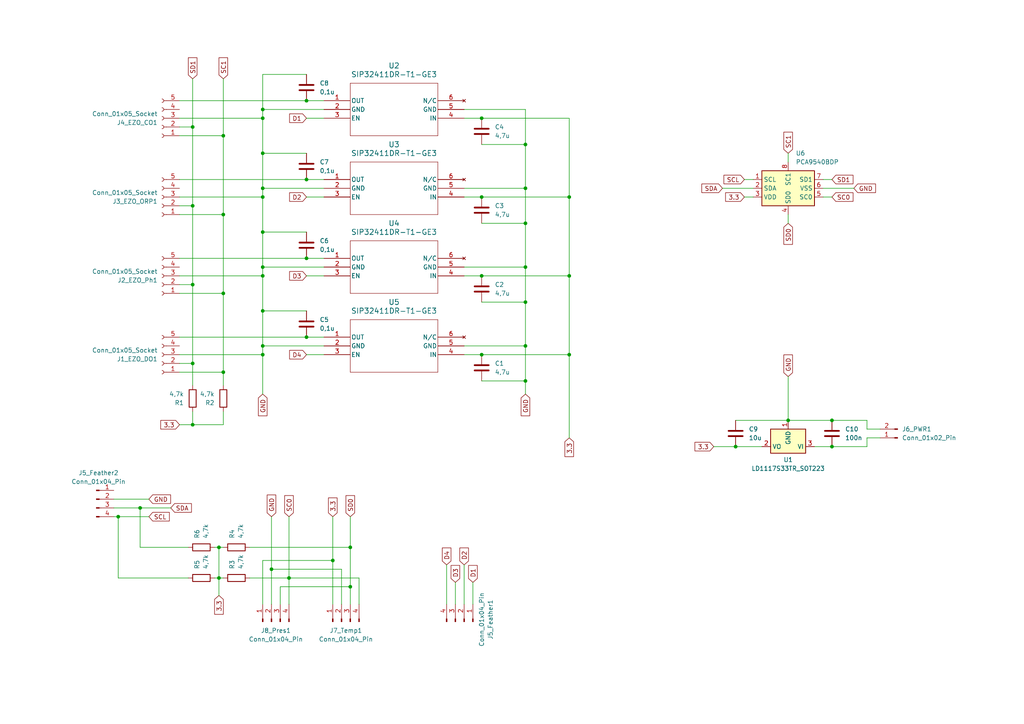
<source format=kicad_sch>
(kicad_sch (version 20231120) (generator "eeschema") (generator_version "8.0")
  (paper "A4")
  (lib_symbols
    (symbol "2024-06-05_14-23-22:SIP32411DR-T1-GE3" (pin_names (offset 0.254))
      (property "Reference" "U" (at 20.32 10.16 0))
      (property "Value" "SIP32411DR-T1-GE3" (at 20.32 7.62 0))
      (symbol "SIP32411DR-T1-GE3_0_1"
        (polyline (pts (xy 7.62 -10.16) (xy 33.02 -10.16)) (stroke (width 0.127)))
        (polyline (pts (xy 7.62 5.08) (xy 7.62 -10.16)) (stroke (width 0.127)))
        (polyline (pts (xy 33.02 -10.16) (xy 33.02 5.08)) (stroke (width 0.127)))
        (polyline (pts (xy 33.02 5.08) (xy 7.62 5.08)) (stroke (width 0.127)))
        (pin output line (at 0 0 0) (length 7.62) (name "OUT") (number "1"))
        (pin power_out line (at 0 -2.54 0) (length 7.62) (name "GND") (number "2"))
        (pin unspecified line (at 0 -5.08 0) (length 7.62) (name "EN") (number "3"))
        (pin input line (at 40.64 -5.08 180) (length 7.62) (name "IN") (number "4"))
        (pin power_out line (at 40.64 -2.54 180) (length 7.62) (name "GND") (number "5"))
        (pin no_connect line (at 40.64 0 180) (length 7.62) (name "N/C") (number "6"))
      )
    )
    (symbol "Connector:Conn_01x02_Pin" (pin_names (offset 1.016) hide)
      (property "Reference" "J" (at 0 2.54 0))
      (property "Value" "Conn_01x02_Pin" (at 0 -5.08 0))
      (symbol "Conn_01x02_Pin_1_1"
        (polyline (pts (xy 1.27 -2.54) (xy 0.8636 -2.54)) (stroke (width 0.1524)))
        (polyline (pts (xy 1.27 0) (xy 0.8636 0)) (stroke (width 0.1524)))
        (rectangle (start 0.8636 -2.413) (end 0 -2.667) (stroke (width 0.1524)) (fill (type outline)))
        (rectangle (start 0.8636 0.127) (end 0 -0.127) (stroke (width 0.1524)) (fill (type outline)))
        (pin passive line (at 5.08 0 180) (length 3.81) (name "Pin_1") (number "1"))
        (pin passive line (at 5.08 -2.54 180) (length 3.81) (name "Pin_2") (number "2"))
      )
    )
    (symbol "Connector:Conn_01x04_Pin" (pin_names (offset 1.016) hide)
      (property "Reference" "J" (at 0 5.08 0))
      (property "Value" "Conn_01x04_Pin" (at 0 -7.62 0))
      (symbol "Conn_01x04_Pin_1_1"
        (polyline (pts (xy 1.27 -5.08) (xy 0.8636 -5.08)) (stroke (width 0.1524)))
        (polyline (pts (xy 1.27 -2.54) (xy 0.8636 -2.54)) (stroke (width 0.1524)))
        (polyline (pts (xy 1.27 0) (xy 0.8636 0)) (stroke (width 0.1524)))
        (polyline (pts (xy 1.27 2.54) (xy 0.8636 2.54)) (stroke (width 0.1524)))
        (rectangle (start 0.8636 -4.953) (end 0 -5.207) (stroke (width 0.1524)) (fill (type outline)))
        (rectangle (start 0.8636 -2.413) (end 0 -2.667) (stroke (width 0.1524)) (fill (type outline)))
        (rectangle (start 0.8636 0.127) (end 0 -0.127) (stroke (width 0.1524)) (fill (type outline)))
        (rectangle (start 0.8636 2.667) (end 0 2.413) (stroke (width 0.1524)) (fill (type outline)))
        (pin passive line (at 5.08 2.54 180) (length 3.81) (name "Pin_1") (number "1"))
        (pin passive line (at 5.08 0 180) (length 3.81) (name "Pin_2") (number "2"))
        (pin passive line (at 5.08 -2.54 180) (length 3.81) (name "Pin_3") (number "3"))
        (pin passive line (at 5.08 -5.08 180) (length 3.81) (name "Pin_4") (number "4"))
      )
    )
    (symbol "Connector:Conn_01x05_Socket" (pin_names (offset 1.016) hide)
      (property "Reference" "J" (at 0 7.62 0))
      (property "Value" "Conn_01x05_Socket" (at 0 -7.62 0))
      (symbol "Conn_01x05_Socket_1_1"
        (arc (start 0 -4.572) (mid -0.5058 -5.08) (end 0 -5.588) (stroke (width 0.1524)))
        (arc (start 0 -2.032) (mid -0.5058 -2.54) (end 0 -3.048) (stroke (width 0.1524)))
        (polyline (pts (xy -1.27 -5.08) (xy -0.508 -5.08)) (stroke (width 0.1524)))
        (polyline (pts (xy -1.27 -2.54) (xy -0.508 -2.54)) (stroke (width 0.1524)))
        (polyline (pts (xy -1.27 0) (xy -0.508 0)) (stroke (width 0.1524)))
        (polyline (pts (xy -1.27 2.54) (xy -0.508 2.54)) (stroke (width 0.1524)))
        (polyline (pts (xy -1.27 5.08) (xy -0.508 5.08)) (stroke (width 0.1524)))
        (arc (start 0 0.508) (mid -0.5058 0) (end 0 -0.508) (stroke (width 0.1524)))
        (arc (start 0 3.048) (mid -0.5058 2.54) (end 0 2.032) (stroke (width 0.1524)))
        (arc (start 0 5.588) (mid -0.5058 5.08) (end 0 4.572) (stroke (width 0.1524)))
        (pin passive line (at -5.08 5.08 0) (length 3.81) (name "Pin_1") (number "1"))
        (pin passive line (at -5.08 2.54 0) (length 3.81) (name "Pin_2") (number "2"))
        (pin passive line (at -5.08 0 0) (length 3.81) (name "Pin_3") (number "3"))
        (pin passive line (at -5.08 -2.54 0) (length 3.81) (name "Pin_4") (number "4"))
        (pin passive line (at -5.08 -5.08 0) (length 3.81) (name "Pin_5") (number "5"))
      )
    )
    (symbol "Device:C" (pin_numbers hide) (pin_names (offset 0.254))
      (property "Reference" "C" (at 0.635 2.54 0))
      (property "Value" "C" (at 0.635 -2.54 0))
      (symbol "C_0_1"
        (polyline (pts (xy -2.032 -0.762) (xy 2.032 -0.762)) (stroke (width 0.508)))
        (polyline (pts (xy -2.032 0.762) (xy 2.032 0.762)) (stroke (width 0.508)))
      )
      (symbol "C_1_1"
        (pin passive line (at 0 3.81 270) (length 2.794) (name "~") (number "1"))
        (pin passive line (at 0 -3.81 90) (length 2.794) (name "~") (number "2"))
      )
    )
    (symbol "Device:R" (pin_numbers hide) (pin_names (offset 0))
      (property "Reference" "R" (at 2.032 0 90))
      (property "Value" "R" (at 0 0 90))
      (symbol "R_0_1"
        (rectangle (start -1.016 -2.54) (end 1.016 2.54) (stroke (width 0.254)))
      )
      (symbol "R_1_1"
        (pin passive line (at 0 3.81 270) (length 1.27) (name "~") (number "1"))
        (pin passive line (at 0 -3.81 90) (length 1.27) (name "~") (number "2"))
      )
    )
    (symbol "Memory_EEPROM:AT24CS64-XHM"
      (property "Reference" "U6" (at 2.1941 10.16 0))
      (property "Value" "AT24CS64-XHM" (at 2.1941 7.62 0))
      (symbol "AT24CS64-XHM_1_1"
        (rectangle (start -7.62 5.08) (end 7.62 -5.08) (stroke (width 0.254)) (fill (type background)))
        (pin bidirectional line (at -10.16 2.54 0) (length 2.54) (name "SCL") (number "1"))
        (pin bidirectional line (at -10.16 0 0) (length 2.54) (name "SDA") (number "2"))
        (pin power_in line (at -10.16 -2.54 0) (length 2.54) (name "VDD") (number "3"))
        (pin bidirectional line (at 0 -7.62 90) (length 2.54) (name "SD0") (number "4"))
        (pin bidirectional line (at 10.16 -2.54 180) (length 2.54) (name "SC0") (number "5"))
        (pin power_in line (at 10.16 0 180) (length 2.54) (name "VSS") (number "6"))
        (pin bidirectional line (at 10.16 2.54 180) (length 2.54) (name "SD1") (number "7"))
        (pin bidirectional line (at 0 7.62 270) (length 2.54) (name "SC1") (number "8"))
      )
    )
    (symbol "Regulator_Linear:LD1117S33TR_SOT223"
      (property "Reference" "U" (at -3.81 3.175 0))
      (property "Value" "LD1117S33TR_SOT223" (at 0 3.175 0))
      (symbol "LD1117S33TR_SOT223_0_1"
        (rectangle (start -5.08 -5.08) (end 5.08 1.905) (stroke (width 0.254)) (fill (type background)))
      )
      (symbol "LD1117S33TR_SOT223_1_1"
        (pin power_in line (at 0 -7.62 90) (length 2.54) (name "GND") (number "1"))
        (pin power_out line (at 7.62 0 180) (length 2.54) (name "VO") (number "2"))
        (pin power_in line (at -7.62 0 0) (length 2.54) (name "VI") (number "3"))
      )
    )
  )
  (junction (at 88.9 29.21))
  (junction (at 165.1 80.01))
  (junction (at 213.36 129.54))
  (junction (at 96.52 162.56))
  (junction (at 34.29 149.86))
  (junction (at 76.2 34.29))
  (junction (at 55.88 59.69))
  (junction (at 76.2 67.31))
  (junction (at 152.4 77.47))
  (junction (at 76.2 100.33))
  (junction (at 152.4 87.63))
  (junction (at 101.6 158.75))
  (junction (at 63.5 167.64))
  (junction (at 88.9 74.93))
  (junction (at 152.4 110.49))
  (junction (at 165.1 57.15))
  (junction (at 76.2 31.75))
  (junction (at 139.7 80.01))
  (junction (at 241.3 129.54))
  (junction (at 88.9 97.79))
  (junction (at 228.6 121.92))
  (junction (at 76.2 102.87))
  (junction (at 88.9 52.07))
  (junction (at 76.2 90.17))
  (junction (at 83.82 167.64))
  (junction (at 64.77 85.09))
  (junction (at 139.7 34.29))
  (junction (at 64.77 62.23))
  (junction (at 101.6 170.18))
  (junction (at 152.4 64.77))
  (junction (at 40.64 147.32))
  (junction (at 152.4 100.33))
  (junction (at 64.77 107.95))
  (junction (at 139.7 102.87))
  (junction (at 241.3 121.92))
  (junction (at 152.4 41.91))
  (junction (at 55.88 123.19))
  (junction (at 165.1 102.87))
  (junction (at 78.74 165.1))
  (junction (at 76.2 77.47))
  (junction (at 55.88 82.55))
  (junction (at 63.5 158.75))
  (junction (at 76.2 54.61))
  (junction (at 55.88 36.83))
  (junction (at 76.2 44.45))
  (junction (at 152.4 54.61))
  (junction (at 55.88 105.41))
  (junction (at 64.77 39.37))
  (junction (at 139.7 57.15))
  (junction (at 76.2 57.15))
  (junction (at 76.2 80.01))
  (wire (pts (xy 62.23 158.75) (xy 63.5 158.75)))
  (wire (pts (xy 76.2 80.01) (xy 76.2 90.17)))
  (wire (pts (xy 96.52 162.56) (xy 96.52 175.26)))
  (wire (pts (xy 76.2 21.59) (xy 76.2 31.75)))
  (wire (pts (xy 33.02 147.32) (xy 40.64 147.32)))
  (wire (pts (xy 52.07 29.21) (xy 88.9 29.21)))
  (wire (pts (xy 76.2 100.33) (xy 76.2 102.87)))
  (wire (pts (xy 52.07 102.87) (xy 76.2 102.87)))
  (wire (pts (xy 52.07 123.19) (xy 55.88 123.19)))
  (wire (pts (xy 88.9 44.45) (xy 76.2 44.45)))
  (wire (pts (xy 76.2 31.75) (xy 76.2 34.29)))
  (wire (pts (xy 83.82 167.64) (xy 83.82 175.26)))
  (wire (pts (xy 78.74 165.1) (xy 78.74 175.26)))
  (wire (pts (xy 134.62 57.15) (xy 139.7 57.15)))
  (wire (pts (xy 52.07 97.79) (xy 88.9 97.79)))
  (wire (pts (xy 152.4 87.63) (xy 152.4 100.33)))
  (wire (pts (xy 55.88 111.76) (xy 55.88 105.41)))
  (wire (pts (xy 55.88 123.19) (xy 64.77 123.19)))
  (wire (pts (xy 55.88 59.69) (xy 55.88 36.83)))
  (wire (pts (xy 88.9 34.29) (xy 93.98 34.29)))
  (wire (pts (xy 101.6 170.18) (xy 101.6 175.26)))
  (wire (pts (xy 134.62 54.61) (xy 152.4 54.61)))
  (wire (pts (xy 76.2 54.61) (xy 76.2 57.15)))
  (wire (pts (xy 251.46 124.46) (xy 251.46 121.92)))
  (wire (pts (xy 78.74 149.86) (xy 78.74 165.1)))
  (wire (pts (xy 213.36 129.54) (xy 220.98 129.54)))
  (wire (pts (xy 52.07 34.29) (xy 76.2 34.29)))
  (wire (pts (xy 88.9 57.15) (xy 93.98 57.15)))
  (wire (pts (xy 215.9 57.15) (xy 218.44 57.15)))
  (wire (pts (xy 76.2 102.87) (xy 76.2 114.3)))
  (wire (pts (xy 52.07 52.07) (xy 88.9 52.07)))
  (wire (pts (xy 64.77 85.09) (xy 64.77 62.23)))
  (wire (pts (xy 55.88 119.38) (xy 55.88 123.19)))
  (wire (pts (xy 236.22 129.54) (xy 241.3 129.54)))
  (wire (pts (xy 129.54 175.26) (xy 129.54 163.83)))
  (wire (pts (xy 238.76 52.07) (xy 241.3 52.07)))
  (wire (pts (xy 81.28 170.18) (xy 101.6 170.18)))
  (wire (pts (xy 52.07 80.01) (xy 76.2 80.01)))
  (wire (pts (xy 104.14 175.26) (xy 104.14 167.64)))
  (wire (pts (xy 63.5 158.75) (xy 64.77 158.75)))
  (wire (pts (xy 52.07 39.37) (xy 64.77 39.37)))
  (wire (pts (xy 52.07 36.83) (xy 55.88 36.83)))
  (wire (pts (xy 165.1 127) (xy 165.1 102.87)))
  (wire (pts (xy 76.2 57.15) (xy 76.2 67.31)))
  (wire (pts (xy 152.4 41.91) (xy 152.4 54.61)))
  (wire (pts (xy 55.88 36.83) (xy 55.88 22.86)))
  (wire (pts (xy 64.77 62.23) (xy 64.77 39.37)))
  (wire (pts (xy 134.62 175.26) (xy 134.62 163.83)))
  (wire (pts (xy 165.1 80.01) (xy 165.1 102.87)))
  (wire (pts (xy 139.7 80.01) (xy 165.1 80.01)))
  (wire (pts (xy 76.2 34.29) (xy 76.2 44.45)))
  (wire (pts (xy 228.6 44.45) (xy 228.6 46.99)))
  (wire (pts (xy 72.39 158.75) (xy 101.6 158.75)))
  (wire (pts (xy 64.77 39.37) (xy 64.77 22.86)))
  (wire (pts (xy 228.6 109.22) (xy 228.6 121.92)))
  (wire (pts (xy 165.1 57.15) (xy 165.1 80.01)))
  (wire (pts (xy 104.14 167.64) (xy 83.82 167.64)))
  (wire (pts (xy 99.06 175.26) (xy 99.06 165.1)))
  (wire (pts (xy 64.77 123.19) (xy 64.77 119.38)))
  (wire (pts (xy 93.98 77.47) (xy 76.2 77.47)))
  (wire (pts (xy 139.7 57.15) (xy 165.1 57.15)))
  (wire (pts (xy 88.9 29.21) (xy 93.98 29.21)))
  (wire (pts (xy 52.07 85.09) (xy 64.77 85.09)))
  (wire (pts (xy 93.98 31.75) (xy 76.2 31.75)))
  (wire (pts (xy 165.1 34.29) (xy 165.1 57.15)))
  (wire (pts (xy 88.9 97.79) (xy 93.98 97.79)))
  (wire (pts (xy 152.4 110.49) (xy 152.4 114.3)))
  (wire (pts (xy 63.5 158.75) (xy 63.5 167.64)))
  (wire (pts (xy 88.9 102.87) (xy 93.98 102.87)))
  (wire (pts (xy 101.6 149.86) (xy 101.6 158.75)))
  (wire (pts (xy 72.39 167.64) (xy 83.82 167.64)))
  (wire (pts (xy 34.29 167.64) (xy 34.29 149.86)))
  (wire (pts (xy 137.16 175.26) (xy 137.16 168.91)))
  (wire (pts (xy 238.76 57.15) (xy 241.3 57.15)))
  (wire (pts (xy 52.07 57.15) (xy 76.2 57.15)))
  (wire (pts (xy 228.6 121.92) (xy 241.3 121.92)))
  (wire (pts (xy 40.64 147.32) (xy 49.53 147.32)))
  (wire (pts (xy 63.5 167.64) (xy 64.77 167.64)))
  (wire (pts (xy 76.2 90.17) (xy 76.2 100.33)))
  (wire (pts (xy 33.02 149.86) (xy 34.29 149.86)))
  (wire (pts (xy 52.07 105.41) (xy 55.88 105.41)))
  (wire (pts (xy 40.64 158.75) (xy 40.64 147.32)))
  (wire (pts (xy 55.88 105.41) (xy 55.88 82.55)))
  (wire (pts (xy 213.36 121.92) (xy 228.6 121.92)))
  (wire (pts (xy 96.52 149.86) (xy 96.52 162.56)))
  (wire (pts (xy 134.62 77.47) (xy 152.4 77.47)))
  (wire (pts (xy 251.46 127) (xy 255.27 127)))
  (wire (pts (xy 88.9 52.07) (xy 93.98 52.07)))
  (wire (pts (xy 62.23 167.64) (xy 63.5 167.64)))
  (wire (pts (xy 52.07 82.55) (xy 55.88 82.55)))
  (wire (pts (xy 134.62 102.87) (xy 139.7 102.87)))
  (wire (pts (xy 99.06 165.1) (xy 78.74 165.1)))
  (wire (pts (xy 238.76 54.61) (xy 247.65 54.61)))
  (wire (pts (xy 139.7 34.29) (xy 165.1 34.29)))
  (wire (pts (xy 63.5 172.72) (xy 63.5 167.64)))
  (wire (pts (xy 251.46 121.92) (xy 241.3 121.92)))
  (wire (pts (xy 251.46 129.54) (xy 241.3 129.54)))
  (wire (pts (xy 54.61 158.75) (xy 40.64 158.75)))
  (wire (pts (xy 228.6 62.23) (xy 228.6 64.77)))
  (wire (pts (xy 209.55 54.61) (xy 218.44 54.61)))
  (wire (pts (xy 139.7 87.63) (xy 152.4 87.63)))
  (wire (pts (xy 152.4 64.77) (xy 152.4 77.47)))
  (wire (pts (xy 54.61 167.64) (xy 34.29 167.64)))
  (wire (pts (xy 93.98 100.33) (xy 76.2 100.33)))
  (wire (pts (xy 152.4 100.33) (xy 152.4 110.49)))
  (wire (pts (xy 64.77 107.95) (xy 64.77 85.09)))
  (wire (pts (xy 52.07 59.69) (xy 55.88 59.69)))
  (wire (pts (xy 255.27 124.46) (xy 251.46 124.46)))
  (wire (pts (xy 64.77 111.76) (xy 64.77 107.95)))
  (wire (pts (xy 152.4 54.61) (xy 152.4 64.77)))
  (wire (pts (xy 52.07 74.93) (xy 88.9 74.93)))
  (wire (pts (xy 134.62 31.75) (xy 152.4 31.75)))
  (wire (pts (xy 76.2 44.45) (xy 76.2 54.61)))
  (wire (pts (xy 76.2 162.56) (xy 96.52 162.56)))
  (wire (pts (xy 76.2 67.31) (xy 76.2 77.47)))
  (wire (pts (xy 215.9 52.07) (xy 218.44 52.07)))
  (wire (pts (xy 55.88 82.55) (xy 55.88 59.69)))
  (wire (pts (xy 134.62 34.29) (xy 139.7 34.29)))
  (wire (pts (xy 139.7 110.49) (xy 152.4 110.49)))
  (wire (pts (xy 93.98 54.61) (xy 76.2 54.61)))
  (wire (pts (xy 33.02 144.78) (xy 43.18 144.78)))
  (wire (pts (xy 76.2 77.47) (xy 76.2 80.01)))
  (wire (pts (xy 152.4 77.47) (xy 152.4 87.63)))
  (wire (pts (xy 139.7 41.91) (xy 152.4 41.91)))
  (wire (pts (xy 76.2 175.26) (xy 76.2 162.56)))
  (wire (pts (xy 101.6 158.75) (xy 101.6 170.18)))
  (wire (pts (xy 139.7 64.77) (xy 152.4 64.77)))
  (wire (pts (xy 83.82 149.86) (xy 83.82 167.64)))
  (wire (pts (xy 165.1 102.87) (xy 139.7 102.87)))
  (wire (pts (xy 81.28 175.26) (xy 81.28 170.18)))
  (wire (pts (xy 88.9 80.01) (xy 93.98 80.01)))
  (wire (pts (xy 152.4 31.75) (xy 152.4 41.91)))
  (wire (pts (xy 52.07 62.23) (xy 64.77 62.23)))
  (wire (pts (xy 88.9 74.93) (xy 93.98 74.93)))
  (wire (pts (xy 52.07 107.95) (xy 64.77 107.95)))
  (wire (pts (xy 88.9 67.31) (xy 76.2 67.31)))
  (wire (pts (xy 134.62 100.33) (xy 152.4 100.33)))
  (wire (pts (xy 207.01 129.54) (xy 213.36 129.54)))
  (wire (pts (xy 88.9 21.59) (xy 76.2 21.59)))
  (wire (pts (xy 134.62 80.01) (xy 139.7 80.01)))
  (wire (pts (xy 251.46 127) (xy 251.46 129.54)))
  (wire (pts (xy 88.9 90.17) (xy 76.2 90.17)))
  (wire (pts (xy 34.29 149.86) (xy 43.18 149.86)))
  (wire (pts (xy 132.08 175.26) (xy 132.08 168.91)))
  (global_label "3.3" (shape input) (at 63.5 172.72 270) (property "Intersheetrefs" "${INTERSHEET_REFS}" (effects (hide yes))))
  (global_label "3.3" (shape input) (at 165.1 127 270) (property "Intersheetrefs" "${INTERSHEET_REFS}" (effects (hide yes))))
  (global_label "GND" (shape input) (at 152.4 114.3 270) (property "Intersheetrefs" "${INTERSHEET_REFS}" (effects (hide yes))))
  (global_label "D3" (shape input) (at 88.9 80.01 180) (property "Intersheetrefs" "${INTERSHEET_REFS}" (effects (hide yes))))
  (global_label "GND" (shape input) (at 78.74 149.86 90) (property "Intersheetrefs" "${INTERSHEET_REFS}" (effects (hide yes))))
  (global_label "SCL" (shape input) (at 43.18 149.86 0) (property "Intersheetrefs" "${INTERSHEET_REFS}" (effects (hide yes))))
  (global_label "D1" (shape input) (at 137.16 168.91 90) (property "Intersheetrefs" "${INTERSHEET_REFS}" (effects (hide yes))))
  (global_label "SC1" (shape input) (at 64.77 22.86 90) (property "Intersheetrefs" "${INTERSHEET_REFS}" (effects (hide yes))))
  (global_label "3.3" (shape input) (at 96.52 149.86 90) (property "Intersheetrefs" "${INTERSHEET_REFS}" (effects (hide yes))))
  (global_label "GND" (shape input) (at 76.2 114.3 270) (property "Intersheetrefs" "${INTERSHEET_REFS}" (effects (hide yes))))
  (global_label "3.3" (shape input) (at 207.01 129.54 180) (property "Intersheetrefs" "${INTERSHEET_REFS}" (effects (hide yes))))
  (global_label "SD0" (shape input) (at 228.6 64.77 270) (property "Intersheetrefs" "${INTERSHEET_REFS}" (effects (hide yes))))
  (global_label "D2" (shape input) (at 88.9 57.15 180) (property "Intersheetrefs" "${INTERSHEET_REFS}" (effects (hide yes))))
  (global_label "SC1" (shape input) (at 228.6 44.45 90) (property "Intersheetrefs" "${INTERSHEET_REFS}" (effects (hide yes))))
  (global_label "D2" (shape input) (at 134.62 163.83 90) (property "Intersheetrefs" "${INTERSHEET_REFS}" (effects (hide yes))))
  (global_label "SCL" (shape input) (at 215.9 52.07 180) (property "Intersheetrefs" "${INTERSHEET_REFS}" (effects (hide yes))))
  (global_label "SDA" (shape input) (at 209.55 54.61 180) (property "Intersheetrefs" "${INTERSHEET_REFS}" (effects (hide yes))))
  (global_label "SD1" (shape input) (at 241.3 52.07 0) (property "Intersheetrefs" "${INTERSHEET_REFS}" (effects (hide yes))))
  (global_label "SDA" (shape input) (at 49.53 147.32 0) (property "Intersheetrefs" "${INTERSHEET_REFS}" (effects (hide yes))))
  (global_label "GND" (shape input) (at 228.6 109.22 90) (property "Intersheetrefs" "${INTERSHEET_REFS}" (effects (hide yes))))
  (global_label "SC0" (shape input) (at 241.3 57.15 0) (property "Intersheetrefs" "${INTERSHEET_REFS}" (effects (hide yes))))
  (global_label "D3" (shape input) (at 132.08 168.91 90) (property "Intersheetrefs" "${INTERSHEET_REFS}" (effects (hide yes))))
  (global_label "GND" (shape input) (at 43.18 144.78 0) (property "Intersheetrefs" "${INTERSHEET_REFS}" (effects (hide yes))))
  (global_label "D1" (shape input) (at 88.9 34.29 180) (property "Intersheetrefs" "${INTERSHEET_REFS}" (effects (hide yes))))
  (global_label "SC0" (shape input) (at 83.82 149.86 90) (property "Intersheetrefs" "${INTERSHEET_REFS}" (effects (hide yes))))
  (global_label "D4" (shape input) (at 88.9 102.87 180) (property "Intersheetrefs" "${INTERSHEET_REFS}" (effects (hide yes))))
  (global_label "GND" (shape input) (at 247.65 54.61 0) (property "Intersheetrefs" "${INTERSHEET_REFS}" (effects (hide yes))))
  (global_label "SD0" (shape input) (at 101.6 149.86 90) (property "Intersheetrefs" "${INTERSHEET_REFS}" (effects (hide yes))))
  (global_label "3.3" (shape input) (at 52.07 123.19 180) (property "Intersheetrefs" "${INTERSHEET_REFS}" (effects (hide yes))))
  (global_label "3.3" (shape input) (at 215.9 57.15 180) (property "Intersheetrefs" "${INTERSHEET_REFS}" (effects (hide yes))))
  (global_label "SD1" (shape input) (at 55.88 22.86 90) (property "Intersheetrefs" "${INTERSHEET_REFS}" (effects (hide yes))))
  (global_label "D4" (shape input) (at 129.54 163.83 90) (property "Intersheetrefs" "${INTERSHEET_REFS}" (effects (hide yes))))
  (symbol (lib_id "Connector:Conn_01x04_Pin") (at 78.74 180.34 90) (unit 1)
    (property "Reference" "J8_Pres1" (at 80.01 182.88 90))
    (property "Value" "Conn_01x04_Pin" (at 80.01 185.42 90))
    (property "Footprint" "Connector_PinSocket_2.54mm:PinSocket_1x04_P2.54mm_Vertical" (effects (hide yes)))
    (property "Description" "Generic connector, single row, 01x04, script generated" (effects (hide yes)))
    (property "Code RS" "765-5632" (effects (hide yes)))
  )
  (symbol (lib_id "Device:R") (at 68.58 167.64 90) (unit 1)
    (property "Reference" "R3" (at 67.3099 165.1 0) (effects (justify left)))
    (property "Value" "4,7k" (at 69.8499 165.1 0) (effects (justify left)))
    (property "Footprint" "Resistor_SMD:R_0603_1608Metric_Pad0.98x0.95mm_HandSolder" (effects (hide yes)))
    (property "Description" "Resistor" (effects (hide yes)))
    (property "Code RS" "820-6865" (effects (hide yes)))
  )
  (symbol (lib_id "Device:C") (at 241.3 125.73 0) (unit 1)
    (property "Reference" "C10" (at 245.11 124.4599 0) (effects (justify left)))
    (property "Value" "100n" (at 245.11 126.9999 0) (effects (justify left)))
    (property "Footprint" "Capacitor_SMD:C_0603_1608Metric_Pad1.08x0.95mm_HandSolder" (effects (hide yes)))
    (property "Description" "Unpolarized capacitor" (effects (hide yes)))
    (property "Code RS" "247-7729" (effects (hide yes)))
  )
  (symbol (lib_id "Device:R") (at 58.42 167.64 90) (unit 1)
    (property "Reference" "R5" (at 57.1499 165.1 0) (effects (justify left)))
    (property "Value" "4,7k" (at 59.6899 165.1 0) (effects (justify left)))
    (property "Footprint" "Resistor_SMD:R_0603_1608Metric_Pad0.98x0.95mm_HandSolder" (effects (hide yes)))
    (property "Description" "Resistor" (effects (hide yes)))
    (property "Code RS" "820-6865" (effects (hide yes)))
  )
  (symbol (lib_id "Device:R") (at 55.88 115.57 180) (unit 1)
    (property "Reference" "R1" (at 53.34 116.8401 0) (effects (justify left)))
    (property "Value" "4,7k" (at 53.34 114.3001 0) (effects (justify left)))
    (property "Footprint" "Resistor_SMD:R_0603_1608Metric_Pad0.98x0.95mm_HandSolder" (effects (hide yes)))
    (property "Description" "Resistor" (effects (hide yes)))
    (property "Code RS" "820-6865" (effects (hide yes)))
  )
  (symbol (lib_id "2024-06-05_14-23-22:SIP32411DR-T1-GE3") (at 93.98 29.21 0) (unit 1)
    (property "Reference" "U2" (at 114.3 19.05 0) (effects (font (size 1.524 1.524))))
    (property "Value" "SIP32411DR-T1-GE3" (at 114.3 21.59 0) (effects (font (size 1.524 1.524))))
    (property "Footprint" "footprints:SC_DR-T1-GE3_VIS" (effects (hide yes)))
    (property "Datasheet" "SIP32411DR-T1-GE3" (effects (hide yes)))
  )
  (symbol (lib_id "Device:C") (at 139.7 83.82 0) (unit 1)
    (property "Reference" "C2" (at 143.51 82.5499 0) (effects (justify left)))
    (property "Value" "4,7u" (at 143.51 85.0899 0) (effects (justify left)))
    (property "Footprint" "Capacitor_SMD:C_0603_1608Metric_Pad1.08x0.95mm_HandSolder" (effects (hide yes)))
    (property "Description" "Unpolarized capacitor" (effects (hide yes)))
    (property "Code RS" "691-1164" (effects (hide yes)))
  )
  (symbol (lib_id "2024-06-05_14-23-22:SIP32411DR-T1-GE3") (at 93.98 52.07 0) (unit 1)
    (property "Reference" "U3" (at 114.3 41.91 0) (effects (font (size 1.524 1.524))))
    (property "Value" "SIP32411DR-T1-GE3" (at 114.3 44.45 0) (effects (font (size 1.524 1.524))))
    (property "Footprint" "footprints:SC_DR-T1-GE3_VIS" (effects (hide yes)))
    (property "Datasheet" "SIP32411DR-T1-GE3" (effects (hide yes)))
  )
  (symbol (lib_id "Device:C") (at 88.9 71.12 0) (unit 1)
    (property "Reference" "C6" (at 92.71 69.8499 0) (effects (justify left)))
    (property "Value" "0,1u" (at 92.71 72.3899 0) (effects (justify left)))
    (property "Footprint" "Capacitor_SMD:C_0603_1608Metric_Pad1.08x0.95mm_HandSolder" (effects (hide yes)))
    (property "Description" "Unpolarized capacitor" (effects (hide yes)))
    (property "Code RS" "264-4523" (effects (hide yes)))
  )
  (symbol (lib_id "Connector:Conn_01x05_Socket") (at 46.99 34.29 180) (unit 1)
    (property "Reference" "J4_EZO_CO1" (at 45.72 35.5601 0) (effects (justify left)))
    (property "Value" "Conn_01x05_Socket" (at 45.72 33.0201 0) (effects (justify left)))
    (property "Footprint" "Connector_PinSocket_2.54mm:PinSocket_1x05_P2.54mm_Vertical" (effects (hide yes)))
    (property "Description" "Generic connector, single row, 01x05, script generated" (effects (hide yes)))
  )
  (symbol (lib_id "Memory_EEPROM:AT24CS64-XHM") (at 228.6 54.61 0) (unit 1)
    (property "Reference" "U6" (at 230.7941 44.45 0) (effects (justify left)))
    (property "Value" "PCA9540BDP" (at 230.7941 46.99 0) (effects (justify left)))
    (property "Footprint" "Package_SO:TSSOP-8_4.4x3mm_P0.65mm" (effects (hide yes)))
    (property "Datasheet" "http://ww1.microchip.com/downloads/en/DeviceDoc/Atmel-8870-SEEPROM-AT24CS64-Datasheet.pdf" (effects (hide yes)))
    (property "Description" "I2C Serial EEPROM, 64Kb (8192x8) with Unique Serial Number, TSSOP8" (effects (hide yes)))
    (property "Code RS" "510-831" (effects (hide yes)))
  )
  (symbol (lib_id "Device:R") (at 58.42 158.75 90) (unit 1)
    (property "Reference" "R6" (at 57.1499 156.21 0) (effects (justify left)))
    (property "Value" "4,7k" (at 59.6899 156.21 0) (effects (justify left)))
    (property "Footprint" "Resistor_SMD:R_0603_1608Metric_Pad0.98x0.95mm_HandSolder" (effects (hide yes)))
    (property "Description" "Resistor" (effects (hide yes)))
    (property "Code RS" "820-6865" (effects (hide yes)))
  )
  (symbol (lib_id "Regulator_Linear:LD1117S33TR_SOT223") (at 228.6 129.54 180) (unit 1)
    (property "Reference" "U1" (at 228.6 133.35 0))
    (property "Value" "LD1117S33TR_SOT223" (at 228.6 135.89 0))
    (property "Footprint" "Package_TO_SOT_SMD:SOT-223-3_TabPin2" (effects (hide yes)))
    (property "Datasheet" "http://www.st.com/st-web-ui/static/active/en/resource/technical/document/datasheet/CD00000544.pdf" (effects (hide yes)))
    (property "Description" "800mA Fixed Low Drop Positive Voltage Regulator, Fixed Output 3.3V, SOT-223" (effects (hide yes)))
    (property "Code RS" "686-9388P" (effects (hide yes)))
  )
  (symbol (lib_id "Device:C") (at 213.36 125.73 0) (unit 1)
    (property "Reference" "C9" (at 217.17 124.4599 0) (effects (justify left)))
    (property "Value" "10u" (at 217.17 126.9999 0) (effects (justify left)))
    (property "Footprint" "Capacitor_SMD:C_0603_1608Metric_Pad1.08x0.95mm_HandSolder" (effects (hide yes)))
    (property "Description" "Unpolarized capacitor" (effects (hide yes)))
    (property "Code RS" "247-8051" (effects (hide yes)))
  )
  (symbol (lib_id "Device:C") (at 139.7 106.68 180) (unit 1)
    (property "Reference" "C1" (at 143.51 105.4099 0) (effects (justify right)))
    (property "Value" "4,7u" (at 143.51 107.9499 0) (effects (justify right)))
    (property "Footprint" "Capacitor_SMD:C_0603_1608Metric_Pad1.08x0.95mm_HandSolder" (effects (hide yes)))
    (property "Description" "Unpolarized capacitor" (effects (hide yes)))
    (property "Code RS" "691-1164" (effects (hide yes)))
  )
  (symbol (lib_id "Device:C") (at 139.7 38.1 0) (unit 1)
    (property "Reference" "C4" (at 143.51 36.8299 0) (effects (justify left)))
    (property "Value" "4,7u" (at 143.51 39.3699 0) (effects (justify left)))
    (property "Footprint" "Capacitor_SMD:C_0603_1608Metric_Pad1.08x0.95mm_HandSolder" (effects (hide yes)))
    (property "Description" "Unpolarized capacitor" (effects (hide yes)))
    (property "Code RS" "691-1164" (effects (hide yes)))
  )
  (symbol (lib_id "2024-06-05_14-23-22:SIP32411DR-T1-GE3") (at 93.98 97.79 0) (unit 1)
    (property "Reference" "U5" (at 114.3 87.63 0) (effects (font (size 1.524 1.524))))
    (property "Value" "SIP32411DR-T1-GE3" (at 114.3 90.17 0) (effects (font (size 1.524 1.524))))
    (property "Footprint" "footprints:SC_DR-T1-GE3_VIS" (effects (hide yes)))
    (property "Datasheet" "SIP32411DR-T1-GE3" (effects (hide yes)))
  )
  (symbol (lib_id "Device:C") (at 139.7 60.96 0) (unit 1)
    (property "Reference" "C3" (at 143.51 59.6899 0) (effects (justify left)))
    (property "Value" "4,7u" (at 143.51 62.2299 0) (effects (justify left)))
    (property "Footprint" "Capacitor_SMD:C_0603_1608Metric_Pad1.08x0.95mm_HandSolder" (effects (hide yes)))
    (property "Description" "Unpolarized capacitor" (effects (hide yes)))
    (property "Code RS" "691-1164" (effects (hide yes)))
  )
  (symbol (lib_id "Device:C") (at 88.9 25.4 180) (unit 1)
    (property "Reference" "C8" (at 92.71 24.1299 0) (effects (justify right)))
    (property "Value" "0,1u" (at 92.71 26.6699 0) (effects (justify right)))
    (property "Footprint" "Capacitor_SMD:C_0603_1608Metric_Pad1.08x0.95mm_HandSolder" (effects (hide yes)))
    (property "Description" "Unpolarized capacitor" (effects (hide yes)))
    (property "Code RS" "264-4523" (effects (hide yes)))
  )
  (symbol (lib_id "Connector:Conn_01x04_Pin") (at 27.94 144.78 0) (unit 1)
    (property "Reference" "J5_Feather2" (at 28.575 137.16 0))
    (property "Value" "Conn_01x04_Pin" (at 28.575 139.7 0))
    (property "Footprint" "Connector_PinSocket_2.54mm:PinSocket_1x04_P2.54mm_Vertical" (effects (hide yes)))
    (property "Description" "Generic connector, single row, 01x04, script generated" (effects (hide yes)))
    (property "Code RS" "765-5632" (effects (hide yes)))
  )
  (symbol (lib_id "Connector:Conn_01x05_Socket") (at 46.99 102.87 180) (unit 1)
    (property "Reference" "J1_EZO_DO1" (at 45.72 104.1401 0) (effects (justify left)))
    (property "Value" "Conn_01x05_Socket" (at 45.72 101.6001 0) (effects (justify left)))
    (property "Footprint" "Connector_PinSocket_2.54mm:PinSocket_1x05_P2.54mm_Vertical" (effects (hide yes)))
    (property "Description" "Generic connector, single row, 01x05, script generated" (effects (hide yes)))
  )
  (symbol (lib_id "Device:R") (at 68.58 158.75 90) (unit 1)
    (property "Reference" "R4" (at 67.3099 156.21 0) (effects (justify left)))
    (property "Value" "4,7k" (at 69.8499 156.21 0) (effects (justify left)))
    (property "Footprint" "Resistor_SMD:R_0603_1608Metric_Pad0.98x0.95mm_HandSolder" (effects (hide yes)))
    (property "Description" "Resistor" (effects (hide yes)))
    (property "Code RS" "820-6865" (effects (hide yes)))
  )
  (symbol (lib_id "2024-06-05_14-23-22:SIP32411DR-T1-GE3") (at 93.98 74.93 0) (unit 1)
    (property "Reference" "U4" (at 114.3 64.77 0) (effects (font (size 1.524 1.524))))
    (property "Value" "SIP32411DR-T1-GE3" (at 114.3 67.31 0) (effects (font (size 1.524 1.524))))
    (property "Footprint" "footprints:SC_DR-T1-GE3_VIS" (effects (hide yes)))
    (property "Datasheet" "SIP32411DR-T1-GE3" (effects (hide yes)))
  )
  (symbol (lib_id "Connector:Conn_01x02_Pin") (at 260.35 127 180) (unit 1)
    (property "Reference" "J6_PWR1" (at 261.62 124.4599 0) (effects (justify right)))
    (property "Value" "Conn_01x02_Pin" (at 261.62 126.9999 0) (effects (justify right)))
    (property "Footprint" "Connector_PinSocket_2.54mm:PinSocket_1x02_P2.54mm_Vertical" (effects (hide yes)))
    (property "Description" "Generic connector, single row, 01x02, script generated" (effects (hide yes)))
  )
  (symbol (lib_id "Connector:Conn_01x04_Pin") (at 134.62 180.34 270) (mirror x) (unit 1)
    (property "Reference" "J5_Feather1" (at 142.24 179.705 0))
    (property "Value" "Conn_01x04_Pin" (at 139.7 179.705 0))
    (property "Footprint" "Connector_PinSocket_2.54mm:PinSocket_1x04_P2.54mm_Vertical" (effects (hide yes)))
    (property "Description" "Generic connector, single row, 01x04, script generated" (effects (hide yes)))
    (property "Code RS" "765-5632" (effects (hide yes)))
  )
  (symbol (lib_id "Device:C") (at 88.9 93.98 0) (unit 1)
    (property "Reference" "C5" (at 92.71 92.7099 0) (effects (justify left)))
    (property "Value" "0,1u" (at 92.71 95.2499 0) (effects (justify left)))
    (property "Footprint" "Capacitor_SMD:C_0603_1608Metric_Pad1.08x0.95mm_HandSolder" (effects (hide yes)))
    (property "Description" "Unpolarized capacitor" (effects (hide yes)))
    (property "Code RS" "264-4523" (effects (hide yes)))
  )
  (symbol (lib_id "Connector:Conn_01x05_Socket") (at 46.99 80.01 180) (unit 1)
    (property "Reference" "J2_EZO_Ph1" (at 45.72 81.2801 0) (effects (justify left)))
    (property "Value" "Conn_01x05_Socket" (at 45.72 78.7401 0) (effects (justify left)))
    (property "Footprint" "Connector_PinSocket_2.54mm:PinSocket_1x05_P2.54mm_Vertical" (effects (hide yes)))
    (property "Description" "Generic connector, single row, 01x05, script generated" (effects (hide yes)))
  )
  (symbol (lib_id "Device:C") (at 88.9 48.26 0) (unit 1)
    (property "Reference" "C7" (at 92.71 46.9899 0) (effects (justify left)))
    (property "Value" "0,1u" (at 92.71 49.5299 0) (effects (justify left)))
    (property "Footprint" "Capacitor_SMD:C_0603_1608Metric_Pad1.08x0.95mm_HandSolder" (effects (hide yes)))
    (property "Description" "Unpolarized capacitor" (effects (hide yes)))
    (property "Code RS" "264-4523" (effects (hide yes)))
  )
  (symbol (lib_id "Device:R") (at 64.77 115.57 180) (unit 1)
    (property "Reference" "R2" (at 62.23 116.8401 0) (effects (justify left)))
    (property "Value" "4,7k" (at 62.23 114.3001 0) (effects (justify left)))
    (property "Footprint" "Resistor_SMD:R_0603_1608Metric_Pad0.98x0.95mm_HandSolder" (effects (hide yes)))
    (property "Description" "Resistor" (effects (hide yes)))
    (property "Code RS" "820-6865" (effects (hide yes)))
  )
  (symbol (lib_id "Connector:Conn_01x04_Pin") (at 99.06 180.34 90) (unit 1)
    (property "Reference" "J7_Temp1" (at 100.33 182.88 90))
    (property "Value" "Conn_01x04_Pin" (at 100.33 185.42 90))
    (property "Footprint" "Connector_PinSocket_2.54mm:PinSocket_1x04_P2.54mm_Vertical" (effects (hide yes)))
    (property "Description" "Generic connector, single row, 01x04, script generated" (effects (hide yes)))
    (property "Code RS" "765-5632" (effects (hide yes)))
  )
  (symbol (lib_id "Connector:Conn_01x05_Socket") (at 46.99 57.15 180) (unit 1)
    (property "Reference" "J3_EZO_ORP1" (at 45.72 58.4201 0) (effects (justify left)))
    (property "Value" "Conn_01x05_Socket" (at 45.72 55.8801 0) (effects (justify left)))
    (property "Footprint" "Connector_PinSocket_2.54mm:PinSocket_1x05_P2.54mm_Vertical" (effects (hide yes)))
    (property "Description" "Generic connector, single row, 01x05, script generated" (effects (hide yes)))
  )
)
</source>
